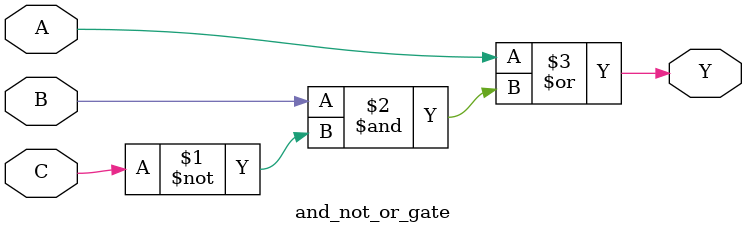
<source format=sv>
module and_not_or_gate (
    input wire A, B, C,
    output wire Y
);
    // 优化表达式: A | (B & ~C) 
    // 应用布尔代数恒等式进一步简化
    // A | (B & ~C) => A | (B & ~C)
    // 注意：该表达式已经是最优形式，保持原样
    assign Y = A | (B & ~C);
endmodule
</source>
